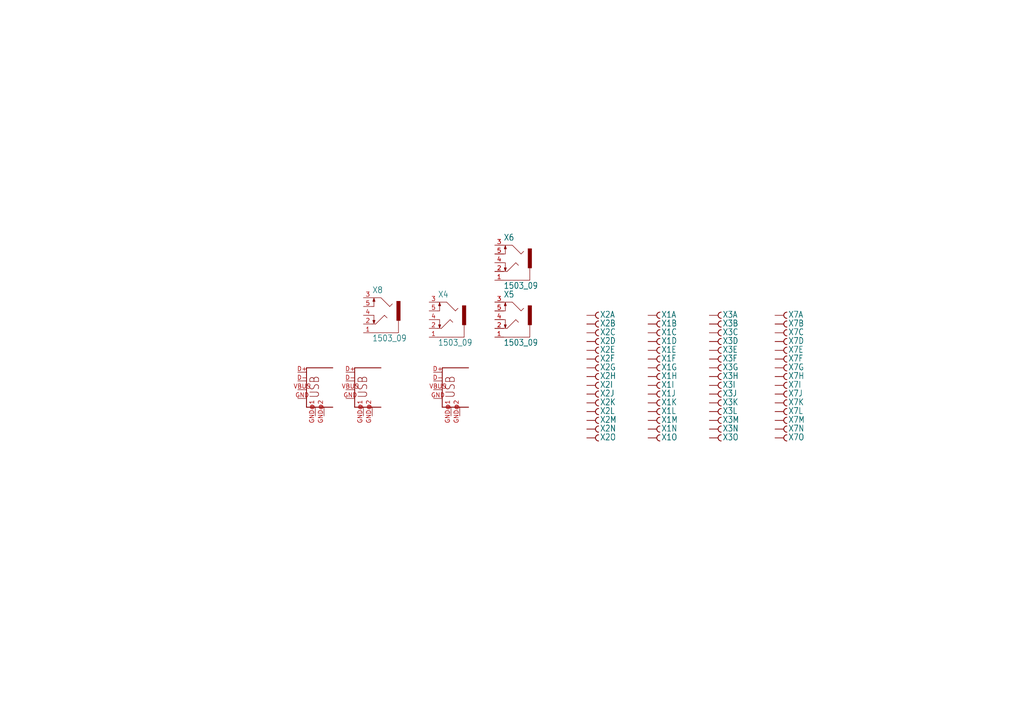
<source format=kicad_sch>
(kicad_sch (version 20250114) (generator "eeschema") (generator_version "9.0")
  (paper "A4")
  (lib_symbols
    (symbol "cbm_ultipet_v1-eagle-import:1503_09"
      (property "Reference" "X" (at -2.54 6.35 0))
      (symbol "1503_09_1_0"
        (polyline (pts (xy -2.54 5.08) (xy 0 5.08)) (stroke (width 0.1524)))
        (polyline (pts (xy -2.54 2.54) (xy -2.032 2.54)) (stroke (width 0.1524)))
        (polyline (pts (xy -2.54 0) (xy -2.032 0)) (stroke (width 0.1524)))
        (polyline (pts (xy -2.54 -2.54) (xy -1.524 -2.54)) (stroke (width 0.1524)))
        (polyline (pts (xy -2.54 -5.08) (xy 5.08 -5.08)) (stroke (width 0.1524)))
        (polyline (pts (xy -2.286 4.064) (xy -1.778 4.064)) (stroke (width 0.254)))
        (polyline (pts (xy -2.286 -1.524) (xy -1.778 -1.524)) (stroke (width 0.254)))
        (polyline (pts (xy -2.032 4.826) (xy -2.286 4.064)) (stroke (width 0.254)))
        (polyline (pts (xy -2.032 2.54) (xy -2.032 4.826)) (stroke (width 0.1524)))
        (polyline (pts (xy -2.032 0) (xy -2.032 -2.286)) (stroke (width 0.1524)))
        (polyline (pts (xy -2.032 -2.286) (xy -2.286 -1.524)) (stroke (width 0.254)))
        (polyline (pts (xy -1.778 4.064) (xy -2.032 4.826)) (stroke (width 0.254)))
        (polyline (pts (xy -1.778 -1.524) (xy -2.032 -2.286)) (stroke (width 0.254)))
        (polyline (pts (xy -1.524 -2.54) (xy 1.016 0)) (stroke (width 0.1524)))
        (polyline (pts (xy 0 5.08) (xy 2.54 2.54)) (stroke (width 0.1524)))
        (polyline (pts (xy 1.016 0) (xy 1.778 -0.762)) (stroke (width 0.1524)))
        (polyline (pts (xy 2.54 2.54) (xy 3.302 3.302)) (stroke (width 0.1524)))
        (rectangle (start 4.572 4.064) (end 5.588 -1.524) (fill (type outline)))
        (polyline (pts (xy 5.08 -5.08) (xy 5.08 -1.524)) (stroke (width 0.1524)))
        (pin passive line (at -5.08 5.08 0) (length 2.54) (name "3") (number "3"))
        (pin passive line (at -5.08 2.54 0) (length 2.54) (name "5") (number "5"))
        (pin passive line (at -5.08 0 0) (length 2.54) (name "4") (number "4"))
        (pin passive line (at -5.08 -2.54 0) (length 2.54) (name "2") (number "2"))
        (pin passive line (at -5.08 -5.08 0) (length 2.54) (name "1") (number "1"))
      )
    )
    (symbol "cbm_ultipet_v1-eagle-import:D-SUB15-HDR15RA"
      (property "Reference" "X" (at 1.27 -0.762 0))
      (symbol "D-SUB15-HDR15RA_1_0"
        (arc (start 0.889 -0.889) (mid 0.0038 0) (end 0.889 0.889) (stroke (width 0.254)))
        (pin passive line (at -2.54 0 0) (length 2.54) (name "F") (number "1"))
      )
      (symbol "D-SUB15-HDR15RA_2_0"
        (arc (start 0.889 -0.889) (mid 0.0038 0) (end 0.889 0.889) (stroke (width 0.254)))
        (pin passive line (at -2.54 0 0) (length 2.54) (name "F") (number "2"))
      )
      (symbol "D-SUB15-HDR15RA_3_0"
        (arc (start 0.889 -0.889) (mid 0.0038 0) (end 0.889 0.889) (stroke (width 0.254)))
        (pin passive line (at -2.54 0 0) (length 2.54) (name "F") (number "3"))
      )
      (symbol "D-SUB15-HDR15RA_4_0"
        (arc (start 0.889 -0.889) (mid 0.0038 0) (end 0.889 0.889) (stroke (width 0.254)))
        (pin passive line (at -2.54 0 0) (length 2.54) (name "F") (number "4"))
      )
      (symbol "D-SUB15-HDR15RA_5_0"
        (arc (start 0.889 -0.889) (mid 0.0038 0) (end 0.889 0.889) (stroke (width 0.254)))
        (pin passive line (at -2.54 0 0) (length 2.54) (name "F") (number "5"))
      )
      (symbol "D-SUB15-HDR15RA_6_0"
        (arc (start 0.889 -0.889) (mid 0.0038 0) (end 0.889 0.889) (stroke (width 0.254)))
        (pin passive line (at -2.54 0 0) (length 2.54) (name "F") (number "6"))
      )
      (symbol "D-SUB15-HDR15RA_7_0"
        (arc (start 0.889 -0.889) (mid 0.0038 0) (end 0.889 0.889) (stroke (width 0.254)))
        (pin passive line (at -2.54 0 0) (length 2.54) (name "F") (number "7"))
      )
      (symbol "D-SUB15-HDR15RA_8_0"
        (arc (start 0.889 -0.889) (mid 0.0038 0) (end 0.889 0.889) (stroke (width 0.254)))
        (pin passive line (at -2.54 0 0) (length 2.54) (name "F") (number "8"))
      )
      (symbol "D-SUB15-HDR15RA_9_0"
        (arc (start 0.889 -0.889) (mid 0.0038 0) (end 0.889 0.889) (stroke (width 0.254)))
        (pin passive line (at -2.54 0 0) (length 2.54) (name "F") (number "9"))
      )
      (symbol "D-SUB15-HDR15RA_10_0"
        (arc (start 0.889 -0.889) (mid 0.0038 0) (end 0.889 0.889) (stroke (width 0.254)))
        (pin passive line (at -2.54 0 0) (length 2.54) (name "F") (number "10"))
      )
      (symbol "D-SUB15-HDR15RA_11_0"
        (arc (start 0.889 -0.889) (mid 0.0038 0) (end 0.889 0.889) (stroke (width 0.254)))
        (pin passive line (at -2.54 0 0) (length 2.54) (name "F") (number "11"))
      )
      (symbol "D-SUB15-HDR15RA_12_0"
        (arc (start 0.889 -0.889) (mid 0.0038 0) (end 0.889 0.889) (stroke (width 0.254)))
        (pin passive line (at -2.54 0 0) (length 2.54) (name "F") (number "12"))
      )
      (symbol "D-SUB15-HDR15RA_13_0"
        (arc (start 0.889 -0.889) (mid 0.0038 0) (end 0.889 0.889) (stroke (width 0.254)))
        (pin passive line (at -2.54 0 0) (length 2.54) (name "F") (number "13"))
      )
      (symbol "D-SUB15-HDR15RA_14_0"
        (arc (start 0.889 -0.889) (mid 0.0038 0) (end 0.889 0.889) (stroke (width 0.254)))
        (pin passive line (at -2.54 0 0) (length 2.54) (name "F") (number "14"))
      )
      (symbol "D-SUB15-HDR15RA_15_0"
        (arc (start 0.889 -0.889) (mid 0.0038 0) (end 0.889 0.889) (stroke (width 0.254)))
        (pin passive line (at -2.54 0 0) (length 2.54) (name "F") (number "15"))
      )
    )
    (symbol "cbm_ultipet_v1-eagle-import:USB-A-H"
      (symbol "USB-A-H_1_0"
        (polyline (pts (xy 0 8.89) (xy 0 -2.54)) (stroke (width 0.254)))
        (polyline (pts (xy 0 -2.54) (xy 7.62 -2.54)) (stroke (width 0.254)))
        (polyline (pts (xy 7.62 8.89) (xy 0 8.89)) (stroke (width 0.254)))
        (text "USB" (at 3.81 0 900) (effects (font (size 2.54 2.159)) (justify left bottom)))
        (pin bidirectional line (at -2.54 7.62 0) (length 2.54) (name "D+") (number "D+"))
        (pin bidirectional line (at -2.54 5.08 0) (length 2.54) (name "D-") (number "D-"))
        (pin bidirectional line (at -2.54 2.54 0) (length 2.54) (name "VBUS") (number "VBUS"))
        (pin bidirectional line (at -2.54 0 0) (length 2.54) (name "GND") (number "GND"))
        (pin bidirectional line (at 2.54 -5.08 90) (length 2.54) (name "GND@1") (number "GND@1"))
        (pin bidirectional line (at 5.08 -5.08 90) (length 2.54) (name "GND@2") (number "GND@2"))
      )
    )
  )
  (symbol (lib_id "cbm_ultipet_v1-eagle-import:1503_09") (at 148.59 76.2 0) (unit 1)
    (property "Reference" "X6" (at 146.05 69.85 0) (effects (font (size 1.778 1.5113)) (justify left bottom)))
    (property "Value" "1503_09" (at 146.05 83.82 0) (effects (font (size 1.778 1.5113)) (justify left bottom)))
    (property "Footprint" "cbm_ultipet_v1:Korean_PJ-3240-5A" (effects (hide yes)))
  )
  (symbol (lib_id "cbm_ultipet_v1-eagle-import:D-SUB15-HDR15RA") (at 190.5 119.38 0) (unit 12)
    (property "Reference" "X1" (at 191.77 120.142 0) (effects (font (size 1.778 1.5113)) (justify left bottom)))
    (property "Value" "D-SUB15-HDR15RA" (effects (hide yes)))
    (property "Footprint" "Connector_Dsub:DSUB-15-HD_Socket_Horizontal_P2.29x1.90mm_EdgePinOffset3.03mm_Housed_MountingHolesOffset4.94mm" (effects (hide yes)))
    (property "LCSC" "C225757" (effects (hide yes)))
  )
  (symbol (lib_id "cbm_ultipet_v1-eagle-import:USB-A-H") (at 128.27 115.57 0) (unit 1)
    (property "Reference" "USB1" (effects (hide yes)))
    (property "Value" "USB-A-H" (effects (hide yes)))
    (property "Footprint" "cbm_ultipet_v1:USB-A-H" (effects (hide yes)))
    (property "LCSC" "C2346" (effects (hide yes)))
  )
  (symbol (lib_id "cbm_ultipet_v1-eagle-import:D-SUB15-HDR15RA") (at 190.5 114.3 0) (unit 10)
    (property "Reference" "X1" (at 191.77 115.062 0) (effects (font (size 1.778 1.5113)) (justify left bottom)))
    (property "Value" "D-SUB15-HDR15RA" (effects (hide yes)))
    (property "Footprint" "Connector_Dsub:DSUB-15-HD_Socket_Horizontal_P2.29x1.90mm_EdgePinOffset3.03mm_Housed_MountingHolesOffset4.94mm" (effects (hide yes)))
    (property "LCSC" "C225757" (effects (hide yes)))
  )
  (symbol (lib_id "cbm_ultipet_v1-eagle-import:D-SUB15-HDR15RA") (at 190.5 96.52 0) (unit 3)
    (property "Reference" "X1" (at 191.77 97.282 0) (effects (font (size 1.778 1.5113)) (justify left bottom)))
    (property "Value" "D-SUB15-HDR15RA" (effects (hide yes)))
    (property "Footprint" "Connector_Dsub:DSUB-15-HD_Socket_Horizontal_P2.29x1.90mm_EdgePinOffset3.03mm_Housed_MountingHolesOffset4.94mm" (effects (hide yes)))
    (property "LCSC" "C225757" (effects (hide yes)))
  )
  (symbol (lib_id "cbm_ultipet_v1-eagle-import:D-SUB15-HDR15RA") (at 190.5 124.46 0) (unit 14)
    (property "Reference" "X1" (at 191.77 125.222 0) (effects (font (size 1.778 1.5113)) (justify left bottom)))
    (property "Value" "D-SUB15-HDR15RA" (effects (hide yes)))
    (property "Footprint" "Connector_Dsub:DSUB-15-HD_Socket_Horizontal_P2.29x1.90mm_EdgePinOffset3.03mm_Housed_MountingHolesOffset4.94mm" (effects (hide yes)))
    (property "LCSC" "C225757" (effects (hide yes)))
  )
  (symbol (lib_id "cbm_ultipet_v1-eagle-import:D-SUB15-HDR15RA") (at 208.28 114.3 0) (unit 10)
    (property "Reference" "X3" (at 209.55 115.062 0) (effects (font (size 1.778 1.5113)) (justify left bottom)))
    (property "Value" "D-SUB15-HDR15RA" (effects (hide yes)))
    (property "Footprint" "Connector_Dsub:DSUB-15-HD_Socket_Horizontal_P2.29x2.54mm_EdgePinOffset8.35mm_Housed_MountingHolesOffset10.89mm" (effects (hide yes)))
    (property "LCSC" "C138387" (effects (hide yes)))
  )
  (symbol (lib_id "cbm_ultipet_v1-eagle-import:D-SUB15-HDR15RA") (at 227.33 99.06 0) (unit 4)
    (property "Reference" "X7" (at 228.6 99.822 0) (effects (font (size 1.778 1.5113)) (justify left bottom)))
    (property "Value" "D-SUB15-HDR15RA" (effects (hide yes)))
    (property "Footprint" "Connector_Dsub:DSUB-15-HD_Socket_Horizontal_P2.29x2.54mm_EdgePinOffset8.35mm_Housed_MountingHolesOffset10.89mm" (effects (hide yes)))
    (property "LCSC" "C379814" (effects (hide yes)))
  )
  (symbol (lib_id "cbm_ultipet_v1-eagle-import:D-SUB15-HDR15RA") (at 208.28 96.52 0) (unit 3)
    (property "Reference" "X3" (at 209.55 97.282 0) (effects (font (size 1.778 1.5113)) (justify left bottom)))
    (property "Value" "D-SUB15-HDR15RA" (effects (hide yes)))
    (property "Footprint" "Connector_Dsub:DSUB-15-HD_Socket_Horizontal_P2.29x2.54mm_EdgePinOffset8.35mm_Housed_MountingHolesOffset10.89mm" (effects (hide yes)))
    (property "LCSC" "C138387" (effects (hide yes)))
  )
  (symbol (lib_id "cbm_ultipet_v1-eagle-import:D-SUB15-HDR15RA") (at 190.5 109.22 0) (unit 8)
    (property "Reference" "X1" (at 191.77 109.982 0) (effects (font (size 1.778 1.5113)) (justify left bottom)))
    (property "Value" "D-SUB15-HDR15RA" (effects (hide yes)))
    (property "Footprint" "Connector_Dsub:DSUB-15-HD_Socket_Horizontal_P2.29x1.90mm_EdgePinOffset3.03mm_Housed_MountingHolesOffset4.94mm" (effects (hide yes)))
    (property "LCSC" "C225757" (effects (hide yes)))
  )
  (symbol (lib_id "cbm_ultipet_v1-eagle-import:D-SUB15-HDR15RA") (at 227.33 116.84 0) (unit 11)
    (property "Reference" "X7" (at 228.6 117.602 0) (effects (font (size 1.778 1.5113)) (justify left bottom)))
    (property "Value" "D-SUB15-HDR15RA" (effects (hide yes)))
    (property "Footprint" "Connector_Dsub:DSUB-15-HD_Socket_Horizontal_P2.29x2.54mm_EdgePinOffset8.35mm_Housed_MountingHolesOffset10.89mm" (effects (hide yes)))
    (property "LCSC" "C379814" (effects (hide yes)))
  )
  (symbol (lib_id "cbm_ultipet_v1-eagle-import:D-SUB15-HDR15RA") (at 172.72 96.52 0) (unit 3)
    (property "Reference" "X2" (at 173.99 97.282 0) (effects (font (size 1.778 1.5113)) (justify left bottom)))
    (property "Value" "D-SUB15-HDR15RA" (effects (hide yes)))
    (property "Footprint" "Connector_Dsub:DSUB-15-HD_Socket_Horizontal_P2.29x2.54mm_EdgePinOffset8.35mm_Housed_MountingHolesOffset10.89mm" (effects (hide yes)))
    (property "LCSC" "C75754" (effects (hide yes)))
  )
  (symbol (lib_id "cbm_ultipet_v1-eagle-import:D-SUB15-HDR15RA") (at 227.33 121.92 0) (unit 13)
    (property "Reference" "X7" (at 228.6 122.682 0) (effects (font (size 1.778 1.5113)) (justify left bottom)))
    (property "Value" "D-SUB15-HDR15RA" (effects (hide yes)))
    (property "Footprint" "Connector_Dsub:DSUB-15-HD_Socket_Horizontal_P2.29x2.54mm_EdgePinOffset8.35mm_Housed_MountingHolesOffset10.89mm" (effects (hide yes)))
    (property "LCSC" "C379814" (effects (hide yes)))
  )
  (symbol (lib_id "cbm_ultipet_v1-eagle-import:D-SUB15-HDR15RA") (at 190.5 93.98 0) (unit 2)
    (property "Reference" "X1" (at 191.77 94.742 0) (effects (font (size 1.778 1.5113)) (justify left bottom)))
    (property "Value" "D-SUB15-HDR15RA" (effects (hide yes)))
    (property "Footprint" "Connector_Dsub:DSUB-15-HD_Socket_Horizontal_P2.29x1.90mm_EdgePinOffset3.03mm_Housed_MountingHolesOffset4.94mm" (effects (hide yes)))
    (property "LCSC" "C225757" (effects (hide yes)))
  )
  (symbol (lib_id "cbm_ultipet_v1-eagle-import:D-SUB15-HDR15RA") (at 208.28 91.44 0) (unit 1)
    (property "Reference" "X3" (at 209.55 92.202 0) (effects (font (size 1.778 1.5113)) (justify left bottom)))
    (property "Value" "D-SUB15-HDR15RA" (effects (hide yes)))
    (property "Footprint" "Connector_Dsub:DSUB-15-HD_Socket_Horizontal_P2.29x2.54mm_EdgePinOffset8.35mm_Housed_MountingHolesOffset10.89mm" (effects (hide yes)))
    (property "LCSC" "C138387" (effects (hide yes)))
  )
  (symbol (lib_id "cbm_ultipet_v1-eagle-import:D-SUB15-HDR15RA") (at 227.33 93.98 0) (unit 2)
    (property "Reference" "X7" (at 228.6 94.742 0) (effects (font (size 1.778 1.5113)) (justify left bottom)))
    (property "Value" "D-SUB15-HDR15RA" (effects (hide yes)))
    (property "Footprint" "Connector_Dsub:DSUB-15-HD_Socket_Horizontal_P2.29x2.54mm_EdgePinOffset8.35mm_Housed_MountingHolesOffset10.89mm" (effects (hide yes)))
    (property "LCSC" "C379814" (effects (hide yes)))
  )
  (symbol (lib_id "cbm_ultipet_v1-eagle-import:D-SUB15-HDR15RA") (at 172.72 127 0) (unit 15)
    (property "Reference" "X2" (at 173.99 127.762 0) (effects (font (size 1.778 1.5113)) (justify left bottom)))
    (property "Value" "D-SUB15-HDR15RA" (effects (hide yes)))
    (property "Footprint" "Connector_Dsub:DSUB-15-HD_Socket_Horizontal_P2.29x2.54mm_EdgePinOffset8.35mm_Housed_MountingHolesOffset10.89mm" (effects (hide yes)))
    (property "LCSC" "C75754" (effects (hide yes)))
  )
  (symbol (lib_id "cbm_ultipet_v1-eagle-import:D-SUB15-HDR15RA") (at 208.28 127 0) (unit 15)
    (property "Reference" "X3" (at 209.55 127.762 0) (effects (font (size 1.778 1.5113)) (justify left bottom)))
    (property "Value" "D-SUB15-HDR15RA" (effects (hide yes)))
    (property "Footprint" "Connector_Dsub:DSUB-15-HD_Socket_Horizontal_P2.29x2.54mm_EdgePinOffset8.35mm_Housed_MountingHolesOffset10.89mm" (effects (hide yes)))
    (property "LCSC" "C138387" (effects (hide yes)))
  )
  (symbol (lib_id "cbm_ultipet_v1-eagle-import:D-SUB15-HDR15RA") (at 172.72 91.44 0) (unit 1)
    (property "Reference" "X2" (at 173.99 92.202 0) (effects (font (size 1.778 1.5113)) (justify left bottom)))
    (property "Value" "D-SUB15-HDR15RA" (effects (hide yes)))
    (property "Footprint" "Connector_Dsub:DSUB-15-HD_Socket_Horizontal_P2.29x2.54mm_EdgePinOffset8.35mm_Housed_MountingHolesOffset10.89mm" (effects (hide yes)))
    (property "LCSC" "C75754" (effects (hide yes)))
  )
  (symbol (lib_id "cbm_ultipet_v1-eagle-import:D-SUB15-HDR15RA") (at 190.5 91.44 0) (unit 1)
    (property "Reference" "X1" (at 191.77 92.202 0) (effects (font (size 1.778 1.5113)) (justify left bottom)))
    (property "Value" "D-SUB15-HDR15RA" (effects (hide yes)))
    (property "Footprint" "Connector_Dsub:DSUB-15-HD_Socket_Horizontal_P2.29x1.90mm_EdgePinOffset3.03mm_Housed_MountingHolesOffset4.94mm" (effects (hide yes)))
    (property "LCSC" "C225757" (effects (hide yes)))
  )
  (symbol (lib_id "cbm_ultipet_v1-eagle-import:D-SUB15-HDR15RA") (at 172.72 119.38 0) (unit 12)
    (property "Reference" "X2" (at 173.99 120.142 0) (effects (font (size 1.778 1.5113)) (justify left bottom)))
    (property "Value" "D-SUB15-HDR15RA" (effects (hide yes)))
    (property "Footprint" "Connector_Dsub:DSUB-15-HD_Socket_Horizontal_P2.29x2.54mm_EdgePinOffset8.35mm_Housed_MountingHolesOffset10.89mm" (effects (hide yes)))
    (property "LCSC" "C75754" (effects (hide yes)))
  )
  (symbol (lib_id "cbm_ultipet_v1-eagle-import:D-SUB15-HDR15RA") (at 172.72 121.92 0) (unit 13)
    (property "Reference" "X2" (at 173.99 122.682 0) (effects (font (size 1.778 1.5113)) (justify left bottom)))
    (property "Value" "D-SUB15-HDR15RA" (effects (hide yes)))
    (property "Footprint" "Connector_Dsub:DSUB-15-HD_Socket_Horizontal_P2.29x2.54mm_EdgePinOffset8.35mm_Housed_MountingHolesOffset10.89mm" (effects (hide yes)))
    (property "LCSC" "C75754" (effects (hide yes)))
  )
  (symbol (lib_id "cbm_ultipet_v1-eagle-import:D-SUB15-HDR15RA") (at 208.28 119.38 0) (unit 12)
    (property "Reference" "X3" (at 209.55 120.142 0) (effects (font (size 1.778 1.5113)) (justify left bottom)))
    (property "Value" "D-SUB15-HDR15RA" (effects (hide yes)))
    (property "Footprint" "Connector_Dsub:DSUB-15-HD_Socket_Horizontal_P2.29x2.54mm_EdgePinOffset8.35mm_Housed_MountingHolesOffset10.89mm" (effects (hide yes)))
    (property "LCSC" "C138387" (effects (hide yes)))
  )
  (symbol (lib_id "cbm_ultipet_v1-eagle-import:D-SUB15-HDR15RA") (at 190.5 111.76 0) (unit 9)
    (property "Reference" "X1" (at 191.77 112.522 0) (effects (font (size 1.778 1.5113)) (justify left bottom)))
    (property "Value" "D-SUB15-HDR15RA" (effects (hide yes)))
    (property "Footprint" "Connector_Dsub:DSUB-15-HD_Socket_Horizontal_P2.29x1.90mm_EdgePinOffset3.03mm_Housed_MountingHolesOffset4.94mm" (effects (hide yes)))
    (property "LCSC" "C225757" (effects (hide yes)))
  )
  (symbol (lib_id "cbm_ultipet_v1-eagle-import:D-SUB15-HDR15RA") (at 208.28 109.22 0) (unit 8)
    (property "Reference" "X3" (at 209.55 109.982 0) (effects (font (size 1.778 1.5113)) (justify left bottom)))
    (property "Value" "D-SUB15-HDR15RA" (effects (hide yes)))
    (property "Footprint" "Connector_Dsub:DSUB-15-HD_Socket_Horizontal_P2.29x2.54mm_EdgePinOffset8.35mm_Housed_MountingHolesOffset10.89mm" (effects (hide yes)))
    (property "LCSC" "C138387" (effects (hide yes)))
  )
  (symbol (lib_id "cbm_ultipet_v1-eagle-import:D-SUB15-HDR15RA") (at 227.33 96.52 0) (unit 3)
    (property "Reference" "X7" (at 228.6 97.282 0) (effects (font (size 1.778 1.5113)) (justify left bottom)))
    (property "Value" "D-SUB15-HDR15RA" (effects (hide yes)))
    (property "Footprint" "Connector_Dsub:DSUB-15-HD_Socket_Horizontal_P2.29x2.54mm_EdgePinOffset8.35mm_Housed_MountingHolesOffset10.89mm" (effects (hide yes)))
    (property "LCSC" "C379814" (effects (hide yes)))
  )
  (symbol (lib_id "cbm_ultipet_v1-eagle-import:D-SUB15-HDR15RA") (at 227.33 119.38 0) (unit 12)
    (property "Reference" "X7" (at 228.6 120.142 0) (effects (font (size 1.778 1.5113)) (justify left bottom)))
    (property "Value" "D-SUB15-HDR15RA" (effects (hide yes)))
    (property "Footprint" "Connector_Dsub:DSUB-15-HD_Socket_Horizontal_P2.29x2.54mm_EdgePinOffset8.35mm_Housed_MountingHolesOffset10.89mm" (effects (hide yes)))
    (property "LCSC" "C379814" (effects (hide yes)))
  )
  (symbol (lib_id "cbm_ultipet_v1-eagle-import:D-SUB15-HDR15RA") (at 172.72 109.22 0) (unit 8)
    (property "Reference" "X2" (at 173.99 109.982 0) (effects (font (size 1.778 1.5113)) (justify left bottom)))
    (property "Value" "D-SUB15-HDR15RA" (effects (hide yes)))
    (property "Footprint" "Connector_Dsub:DSUB-15-HD_Socket_Horizontal_P2.29x2.54mm_EdgePinOffset8.35mm_Housed_MountingHolesOffset10.89mm" (effects (hide yes)))
    (property "LCSC" "C75754" (effects (hide yes)))
  )
  (symbol (lib_id "cbm_ultipet_v1-eagle-import:1503_09") (at 148.59 92.71 0) (unit 1)
    (property "Reference" "X5" (at 146.05 86.36 0) (effects (font (size 1.778 1.5113)) (justify left bottom)))
    (property "Value" "1503_09" (at 146.05 100.33 0) (effects (font (size 1.778 1.5113)) (justify left bottom)))
    (property "Footprint" "cbm_ultipet_v1:Korean_PJ-3240-5A" (effects (hide yes)))
    (property "LCSC" "C145814" (effects (hide yes)))
  )
  (symbol (lib_id "cbm_ultipet_v1-eagle-import:D-SUB15-HDR15RA") (at 208.28 99.06 0) (unit 4)
    (property "Reference" "X3" (at 209.55 99.822 0) (effects (font (size 1.778 1.5113)) (justify left bottom)))
    (property "Value" "D-SUB15-HDR15RA" (effects (hide yes)))
    (property "Footprint" "Connector_Dsub:DSUB-15-HD_Socket_Horizontal_P2.29x2.54mm_EdgePinOffset8.35mm_Housed_MountingHolesOffset10.89mm" (effects (hide yes)))
    (property "LCSC" "C138387" (effects (hide yes)))
  )
  (symbol (lib_id "cbm_ultipet_v1-eagle-import:D-SUB15-HDR15RA") (at 208.28 101.6 0) (unit 5)
    (property "Reference" "X3" (at 209.55 102.362 0) (effects (font (size 1.778 1.5113)) (justify left bottom)))
    (property "Value" "D-SUB15-HDR15RA" (effects (hide yes)))
    (property "Footprint" "Connector_Dsub:DSUB-15-HD_Socket_Horizontal_P2.29x2.54mm_EdgePinOffset8.35mm_Housed_MountingHolesOffset10.89mm" (effects (hide yes)))
    (property "LCSC" "C138387" (effects (hide yes)))
  )
  (symbol (lib_id "cbm_ultipet_v1-eagle-import:D-SUB15-HDR15RA") (at 190.5 99.06 0) (unit 4)
    (property "Reference" "X1" (at 191.77 99.822 0) (effects (font (size 1.778 1.5113)) (justify left bottom)))
    (property "Value" "D-SUB15-HDR15RA" (effects (hide yes)))
    (property "Footprint" "Connector_Dsub:DSUB-15-HD_Socket_Horizontal_P2.29x1.90mm_EdgePinOffset3.03mm_Housed_MountingHolesOffset4.94mm" (effects (hide yes)))
    (property "LCSC" "C225757" (effects (hide yes)))
  )
  (symbol (lib_id "cbm_ultipet_v1-eagle-import:D-SUB15-HDR15RA") (at 172.72 101.6 0) (unit 5)
    (property "Reference" "X2" (at 173.99 102.362 0) (effects (font (size 1.778 1.5113)) (justify left bottom)))
    (property "Value" "D-SUB15-HDR15RA" (effects (hide yes)))
    (property "Footprint" "Connector_Dsub:DSUB-15-HD_Socket_Horizontal_P2.29x2.54mm_EdgePinOffset8.35mm_Housed_MountingHolesOffset10.89mm" (effects (hide yes)))
    (property "LCSC" "C75754" (effects (hide yes)))
  )
  (symbol (lib_id "cbm_ultipet_v1-eagle-import:USB-A-H") (at 102.87 115.57 0) (unit 1)
    (property "Reference" "USB2" (effects (hide yes)))
    (property "Value" "USB-A-H" (effects (hide yes)))
    (property "Footprint" "cbm_ultipet_v1:USB-A-H_14mm_Distance" (effects (hide yes)))
    (property "LCSC" "C2345" (effects (hide yes)))
  )
  (symbol (lib_id "cbm_ultipet_v1-eagle-import:D-SUB15-HDR15RA") (at 172.72 104.14 0) (unit 6)
    (property "Reference" "X2" (at 173.99 104.902 0) (effects (font (size 1.778 1.5113)) (justify left bottom)))
    (property "Value" "D-SUB15-HDR15RA" (effects (hide yes)))
    (property "Footprint" "Connector_Dsub:DSUB-15-HD_Socket_Horizontal_P2.29x2.54mm_EdgePinOffset8.35mm_Housed_MountingHolesOffset10.89mm" (effects (hide yes)))
    (property "LCSC" "C75754" (effects (hide yes)))
  )
  (symbol (lib_id "cbm_ultipet_v1-eagle-import:1503_09") (at 110.49 91.44 0) (unit 1)
    (property "Reference" "X8" (at 107.95 85.09 0) (effects (font (size 1.778 1.5113)) (justify left bottom)))
    (property "Value" "1503_09" (at 107.95 99.06 0) (effects (font (size 1.778 1.5113)) (justify left bottom)))
    (property "Footprint" "Connector_Audio:Jack_3.5mm_PJ320E_Horizontal" (effects (hide yes)))
    (property "LCSC" "C2939183" (effects (hide yes)))
  )
  (symbol (lib_id "cbm_ultipet_v1-eagle-import:D-SUB15-HDR15RA") (at 172.72 114.3 0) (unit 10)
    (property "Reference" "X2" (at 173.99 115.062 0) (effects (font (size 1.778 1.5113)) (justify left bottom)))
    (property "Value" "D-SUB15-HDR15RA" (effects (hide yes)))
    (property "Footprint" "Connector_Dsub:DSUB-15-HD_Socket_Horizontal_P2.29x2.54mm_EdgePinOffset8.35mm_Housed_MountingHolesOffset10.89mm" (effects (hide yes)))
    (property "LCSC" "C75754" (effects (hide yes)))
  )
  (symbol (lib_id "cbm_ultipet_v1-eagle-import:D-SUB15-HDR15RA") (at 208.28 106.68 0) (unit 7)
    (property "Reference" "X3" (at 209.55 107.442 0) (effects (font (size 1.778 1.5113)) (justify left bottom)))
    (property "Value" "D-SUB15-HDR15RA" (effects (hide yes)))
    (property "Footprint" "Connector_Dsub:DSUB-15-HD_Socket_Horizontal_P2.29x2.54mm_EdgePinOffset8.35mm_Housed_MountingHolesOffset10.89mm" (effects (hide yes)))
    (property "LCSC" "C138387" (effects (hide yes)))
  )
  (symbol (lib_id "cbm_ultipet_v1-eagle-import:D-SUB15-HDR15RA") (at 190.5 106.68 0) (unit 7)
    (property "Reference" "X1" (at 191.77 107.442 0) (effects (font (size 1.778 1.5113)) (justify left bottom)))
    (property "Value" "D-SUB15-HDR15RA" (effects (hide yes)))
    (property "Footprint" "Connector_Dsub:DSUB-15-HD_Socket_Horizontal_P2.29x1.90mm_EdgePinOffset3.03mm_Housed_MountingHolesOffset4.94mm" (effects (hide yes)))
    (property "LCSC" "C225757" (effects (hide yes)))
  )
  (symbol (lib_id "cbm_ultipet_v1-eagle-import:D-SUB15-HDR15RA") (at 172.72 116.84 0) (unit 11)
    (property "Reference" "X2" (at 173.99 117.602 0) (effects (font (size 1.778 1.5113)) (justify left bottom)))
    (property "Value" "D-SUB15-HDR15RA" (effects (hide yes)))
    (property "Footprint" "Connector_Dsub:DSUB-15-HD_Socket_Horizontal_P2.29x2.54mm_EdgePinOffset8.35mm_Housed_MountingHolesOffset10.89mm" (effects (hide yes)))
    (property "LCSC" "C75754" (effects (hide yes)))
  )
  (symbol (lib_id "cbm_ultipet_v1-eagle-import:D-SUB15-HDR15RA") (at 172.72 99.06 0) (unit 4)
    (property "Reference" "X2" (at 173.99 99.822 0) (effects (font (size 1.778 1.5113)) (justify left bottom)))
    (property "Value" "D-SUB15-HDR15RA" (effects (hide yes)))
    (property "Footprint" "Connector_Dsub:DSUB-15-HD_Socket_Horizontal_P2.29x2.54mm_EdgePinOffset8.35mm_Housed_MountingHolesOffset10.89mm" (effects (hide yes)))
    (property "LCSC" "C75754" (effects (hide yes)))
  )
  (symbol (lib_id "cbm_ultipet_v1-eagle-import:D-SUB15-HDR15RA") (at 190.5 101.6 0) (unit 5)
    (property "Reference" "X1" (at 191.77 102.362 0) (effects (font (size 1.778 1.5113)) (justify left bottom)))
    (property "Value" "D-SUB15-HDR15RA" (effects (hide yes)))
    (property "Footprint" "Connector_Dsub:DSUB-15-HD_Socket_Horizontal_P2.29x1.90mm_EdgePinOffset3.03mm_Housed_MountingHolesOffset4.94mm" (effects (hide yes)))
    (property "LCSC" "C225757" (effects (hide yes)))
  )
  (symbol (lib_id "cbm_ultipet_v1-eagle-import:USB-A-H") (at 88.9 115.57 0) (unit 1)
    (property "Reference" "USB3" (effects (hide yes)))
    (property "Value" "USB-A-H" (effects (hide yes)))
    (property "Footprint" "cbm_ultipet_v1:USB-A-H" (effects (hide yes)))
    (property "LCSC" "C456018" (effects (hide yes)))
  )
  (symbol (lib_id "cbm_ultipet_v1-eagle-import:D-SUB15-HDR15RA") (at 208.28 124.46 0) (unit 14)
    (property "Reference" "X3" (at 209.55 125.222 0) (effects (font (size 1.778 1.5113)) (justify left bottom)))
    (property "Value" "D-SUB15-HDR15RA" (effects (hide yes)))
    (property "Footprint" "Connector_Dsub:DSUB-15-HD_Socket_Horizontal_P2.29x2.54mm_EdgePinOffset8.35mm_Housed_MountingHolesOffset10.89mm" (effects (hide yes)))
    (property "LCSC" "C138387" (effects (hide yes)))
  )
  (symbol (lib_id "cbm_ultipet_v1-eagle-import:D-SUB15-HDR15RA") (at 172.72 111.76 0) (unit 9)
    (property "Reference" "X2" (at 173.99 112.522 0) (effects (font (size 1.778 1.5113)) (justify left bottom)))
    (property "Value" "D-SUB15-HDR15RA" (effects (hide yes)))
    (property "Footprint" "Connector_Dsub:DSUB-15-HD_Socket_Horizontal_P2.29x2.54mm_EdgePinOffset8.35mm_Housed_MountingHolesOffset10.89mm" (effects (hide yes)))
    (property "LCSC" "C75754" (effects (hide yes)))
  )
  (symbol (lib_id "cbm_ultipet_v1-eagle-import:D-SUB15-HDR15RA") (at 172.72 124.46 0) (unit 14)
    (property "Reference" "X2" (at 173.99 125.222 0) (effects (font (size 1.778 1.5113)) (justify left bottom)))
    (property "Value" "D-SUB15-HDR15RA" (effects (hide yes)))
    (property "Footprint" "Connector_Dsub:DSUB-15-HD_Socket_Horizontal_P2.29x2.54mm_EdgePinOffset8.35mm_Housed_MountingHolesOffset10.89mm" (effects (hide yes)))
    (property "LCSC" "C75754" (effects (hide yes)))
  )
  (symbol (lib_id "cbm_ultipet_v1-eagle-import:D-SUB15-HDR15RA") (at 190.5 121.92 0) (unit 13)
    (property "Reference" "X1" (at 191.77 122.682 0) (effects (font (size 1.778 1.5113)) (justify left bottom)))
    (property "Value" "D-SUB15-HDR15RA" (effects (hide yes)))
    (property "Footprint" "Connector_Dsub:DSUB-15-HD_Socket_Horizontal_P2.29x1.90mm_EdgePinOffset3.03mm_Housed_MountingHolesOffset4.94mm" (effects (hide yes)))
    (property "LCSC" "C225757" (effects (hide yes)))
  )
  (symbol (lib_id "cbm_ultipet_v1-eagle-import:D-SUB15-HDR15RA") (at 227.33 124.46 0) (unit 14)
    (property "Reference" "X7" (at 228.6 125.222 0) (effects (font (size 1.778 1.5113)) (justify left bottom)))
    (property "Value" "D-SUB15-HDR15RA" (effects (hide yes)))
    (property "Footprint" "Connector_Dsub:DSUB-15-HD_Socket_Horizontal_P2.29x2.54mm_EdgePinOffset8.35mm_Housed_MountingHolesOffset10.89mm" (effects (hide yes)))
    (property "LCSC" "C379814" (effects (hide yes)))
  )
  (symbol (lib_id "cbm_ultipet_v1-eagle-import:D-SUB15-HDR15RA") (at 208.28 116.84 0) (unit 11)
    (property "Reference" "X3" (at 209.55 117.602 0) (effects (font (size 1.778 1.5113)) (justify left bottom)))
    (property "Value" "D-SUB15-HDR15RA" (effects (hide yes)))
    (property "Footprint" "Connector_Dsub:DSUB-15-HD_Socket_Horizontal_P2.29x2.54mm_EdgePinOffset8.35mm_Housed_MountingHolesOffset10.89mm" (effects (hide yes)))
    (property "LCSC" "C138387" (effects (hide yes)))
  )
  (symbol (lib_id "cbm_ultipet_v1-eagle-import:D-SUB15-HDR15RA") (at 227.33 104.14 0) (unit 6)
    (property "Reference" "X7" (at 228.6 104.902 0) (effects (font (size 1.778 1.5113)) (justify left bottom)))
    (property "Value" "D-SUB15-HDR15RA" (effects (hide yes)))
    (property "Footprint" "Connector_Dsub:DSUB-15-HD_Socket_Horizontal_P2.29x2.54mm_EdgePinOffset8.35mm_Housed_MountingHolesOffset10.89mm" (effects (hide yes)))
    (property "LCSC" "C379814" (effects (hide yes)))
  )
  (symbol (lib_id "cbm_ultipet_v1-eagle-import:D-SUB15-HDR15RA") (at 172.72 93.98 0) (unit 2)
    (property "Reference" "X2" (at 173.99 94.742 0) (effects (font (size 1.778 1.5113)) (justify left bottom)))
    (property "Value" "D-SUB15-HDR15RA" (effects (hide yes)))
    (property "Footprint" "Connector_Dsub:DSUB-15-HD_Socket_Horizontal_P2.29x2.54mm_EdgePinOffset8.35mm_Housed_MountingHolesOffset10.89mm" (effects (hide yes)))
    (property "LCSC" "C75754" (effects (hide yes)))
  )
  (symbol (lib_id "cbm_ultipet_v1-eagle-import:D-SUB15-HDR15RA") (at 190.5 127 0) (unit 15)
    (property "Reference" "X1" (at 191.77 127.762 0) (effects (font (size 1.778 1.5113)) (justify left bottom)))
    (property "Value" "D-SUB15-HDR15RA" (effects (hide yes)))
    (property "Footprint" "Connector_Dsub:DSUB-15-HD_Socket_Horizontal_P2.29x1.90mm_EdgePinOffset3.03mm_Housed_MountingHolesOffset4.94mm" (effects (hide yes)))
    (property "LCSC" "C225757" (effects (hide yes)))
  )
  (symbol (lib_id "cbm_ultipet_v1-eagle-import:D-SUB15-HDR15RA") (at 172.72 106.68 0) (unit 7)
    (property "Reference" "X2" (at 173.99 107.442 0) (effects (font (size 1.778 1.5113)) (justify left bottom)))
    (property "Value" "D-SUB15-HDR15RA" (effects (hide yes)))
    (property "Footprint" "Connector_Dsub:DSUB-15-HD_Socket_Horizontal_P2.29x2.54mm_EdgePinOffset8.35mm_Housed_MountingHolesOffset10.89mm" (effects (hide yes)))
    (property "LCSC" "C75754" (effects (hide yes)))
  )
  (symbol (lib_id "cbm_ultipet_v1-eagle-import:D-SUB15-HDR15RA") (at 208.28 93.98 0) (unit 2)
    (property "Reference" "X3" (at 209.55 94.742 0) (effects (font (size 1.778 1.5113)) (justify left bottom)))
    (property "Value" "D-SUB15-HDR15RA" (effects (hide yes)))
    (property "Footprint" "Connector_Dsub:DSUB-15-HD_Socket_Horizontal_P2.29x2.54mm_EdgePinOffset8.35mm_Housed_MountingHolesOffset10.89mm" (effects (hide yes)))
    (property "LCSC" "C138387" (effects (hide yes)))
  )
  (symbol (lib_id "cbm_ultipet_v1-eagle-import:D-SUB15-HDR15RA") (at 208.28 111.76 0) (unit 9)
    (property "Reference" "X3" (at 209.55 112.522 0) (effects (font (size 1.778 1.5113)) (justify left bottom)))
    (property "Value" "D-SUB15-HDR15RA" (effects (hide yes)))
    (property "Footprint" "Connector_Dsub:DSUB-15-HD_Socket_Horizontal_P2.29x2.54mm_EdgePinOffset8.35mm_Housed_MountingHolesOffset10.89mm" (effects (hide yes)))
    (property "LCSC" "C138387" (effects (hide yes)))
  )
  (symbol (lib_id "cbm_ultipet_v1-eagle-import:D-SUB15-HDR15RA") (at 227.33 106.68 0) (unit 7)
    (property "Reference" "X7" (at 228.6 107.442 0) (effects (font (size 1.778 1.5113)) (justify left bottom)))
    (property "Value" "D-SUB15-HDR15RA" (effects (hide yes)))
    (property "Footprint" "Connector_Dsub:DSUB-15-HD_Socket_Horizontal_P2.29x2.54mm_EdgePinOffset8.35mm_Housed_MountingHolesOffset10.89mm" (effects (hide yes)))
    (property "LCSC" "C379814" (effects (hide yes)))
  )
  (symbol (lib_id "cbm_ultipet_v1-eagle-import:D-SUB15-HDR15RA") (at 227.33 127 0) (unit 15)
    (property "Reference" "X7" (at 228.6 127.762 0) (effects (font (size 1.778 1.5113)) (justify left bottom)))
    (property "Value" "D-SUB15-HDR15RA" (effects (hide yes)))
    (property "Footprint" "Connector_Dsub:DSUB-15-HD_Socket_Horizontal_P2.29x2.54mm_EdgePinOffset8.35mm_Housed_MountingHolesOffset10.89mm" (effects (hide yes)))
    (property "LCSC" "C379814" (effects (hide yes)))
  )
  (symbol (lib_id "cbm_ultipet_v1-eagle-import:D-SUB15-HDR15RA") (at 208.28 104.14 0) (unit 6)
    (property "Reference" "X3" (at 209.55 104.902 0) (effects (font (size 1.778 1.5113)) (justify left bottom)))
    (property "Value" "D-SUB15-HDR15RA" (effects (hide yes)))
    (property "Footprint" "Connector_Dsub:DSUB-15-HD_Socket_Horizontal_P2.29x2.54mm_EdgePinOffset8.35mm_Housed_MountingHolesOffset10.89mm" (effects (hide yes)))
    (property "LCSC" "C138387" (effects (hide yes)))
  )
  (symbol (lib_id "cbm_ultipet_v1-eagle-import:D-SUB15-HDR15RA") (at 227.33 114.3 0) (unit 10)
    (property "Reference" "X7" (at 228.6 115.062 0) (effects (font (size 1.778 1.5113)) (justify left bottom)))
    (property "Value" "D-SUB15-HDR15RA" (effects (hide yes)))
    (property "Footprint" "Connector_Dsub:DSUB-15-HD_Socket_Horizontal_P2.29x2.54mm_EdgePinOffset8.35mm_Housed_MountingHolesOffset10.89mm" (effects (hide yes)))
    (property "LCSC" "C379814" (effects (hide yes)))
  )
  (symbol (lib_id "cbm_ultipet_v1-eagle-import:D-SUB15-HDR15RA") (at 227.33 101.6 0) (unit 5)
    (property "Reference" "X7" (at 228.6 102.362 0) (effects (font (size 1.778 1.5113)) (justify left bottom)))
    (property "Value" "D-SUB15-HDR15RA" (effects (hide yes)))
    (property "Footprint" "Connector_Dsub:DSUB-15-HD_Socket_Horizontal_P2.29x2.54mm_EdgePinOffset8.35mm_Housed_MountingHolesOffset10.89mm" (effects (hide yes)))
    (property "LCSC" "C379814" (effects (hide yes)))
  )
  (symbol (lib_id "cbm_ultipet_v1-eagle-import:D-SUB15-HDR15RA") (at 190.5 104.14 0) (unit 6)
    (property "Reference" "X1" (at 191.77 104.902 0) (effects (font (size 1.778 1.5113)) (justify left bottom)))
    (property "Value" "D-SUB15-HDR15RA" (effects (hide yes)))
    (property "Footprint" "Connector_Dsub:DSUB-15-HD_Socket_Horizontal_P2.29x1.90mm_EdgePinOffset3.03mm_Housed_MountingHolesOffset4.94mm" (effects (hide yes)))
    (property "LCSC" "C225757" (effects (hide yes)))
  )
  (symbol (lib_id "cbm_ultipet_v1-eagle-import:D-SUB15-HDR15RA") (at 227.33 109.22 0) (unit 8)
    (property "Reference" "X7" (at 228.6 109.982 0) (effects (font (size 1.778 1.5113)) (justify left bottom)))
    (property "Value" "D-SUB15-HDR15RA" (effects (hide yes)))
    (property "Footprint" "Connector_Dsub:DSUB-15-HD_Socket_Horizontal_P2.29x2.54mm_EdgePinOffset8.35mm_Housed_MountingHolesOffset10.89mm" (effects (hide yes)))
    (property "LCSC" "C379814" (effects (hide yes)))
  )
  (symbol (lib_id "cbm_ultipet_v1-eagle-import:D-SUB15-HDR15RA") (at 190.5 116.84 0) (unit 11)
    (property "Reference" "X1" (at 191.77 117.602 0) (effects (font (size 1.778 1.5113)) (justify left bottom)))
    (property "Value" "D-SUB15-HDR15RA" (effects (hide yes)))
    (property "Footprint" "Connector_Dsub:DSUB-15-HD_Socket_Horizontal_P2.29x1.90mm_EdgePinOffset3.03mm_Housed_MountingHolesOffset4.94mm" (effects (hide yes)))
    (property "LCSC" "C225757" (effects (hide yes)))
  )
  (symbol (lib_id "cbm_ultipet_v1-eagle-import:1503_09") (at 129.54 92.71 0) (unit 1)
    (property "Reference" "X4" (at 127 86.36 0) (effects (font (size 1.778 1.5113)) (justify left bottom)))
    (property "Value" "1503_09" (at 127 100.33 0) (effects (font (size 1.778 1.5113)) (justify left bottom)))
    (property "Footprint" "cbm_ultipet_v1:1503_09" (effects (hide yes)))
  )
  (symbol (lib_id "cbm_ultipet_v1-eagle-import:D-SUB15-HDR15RA") (at 208.28 121.92 0) (unit 13)
    (property "Reference" "X3" (at 209.55 122.682 0) (effects (font (size 1.778 1.5113)) (justify left bottom)))
    (property "Value" "D-SUB15-HDR15RA" (effects (hide yes)))
    (property "Footprint" "Connector_Dsub:DSUB-15-HD_Socket_Horizontal_P2.29x2.54mm_EdgePinOffset8.35mm_Housed_MountingHolesOffset10.89mm" (effects (hide yes)))
    (property "LCSC" "C138387" (effects (hide yes)))
  )
  (symbol (lib_id "cbm_ultipet_v1-eagle-import:D-SUB15-HDR15RA") (at 227.33 91.44 0) (unit 1)
    (property "Reference" "X7" (at 228.6 92.202 0) (effects (font (size 1.778 1.5113)) (justify left bottom)))
    (property "Value" "D-SUB15-HDR15RA" (effects (hide yes)))
    (property "Footprint" "Connector_Dsub:DSUB-15-HD_Socket_Horizontal_P2.29x2.54mm_EdgePinOffset8.35mm_Housed_MountingHolesOffset10.89mm" (effects (hide yes)))
    (property "LCSC" "C379814" (effects (hide yes)))
  )
  (symbol (lib_id "cbm_ultipet_v1-eagle-import:D-SUB15-HDR15RA") (at 227.33 111.76 0) (unit 9)
    (property "Reference" "X7" (at 228.6 112.522 0) (effects (font (size 1.778 1.5113)) (justify left bottom)))
    (property "Value" "D-SUB15-HDR15RA" (effects (hide yes)))
    (property "Footprint" "Connector_Dsub:DSUB-15-HD_Socket_Horizontal_P2.29x2.54mm_EdgePinOffset8.35mm_Housed_MountingHolesOffset10.89mm" (effects (hide yes)))
    (property "LCSC" "C379814" (effects (hide yes)))
  )
)
</source>
